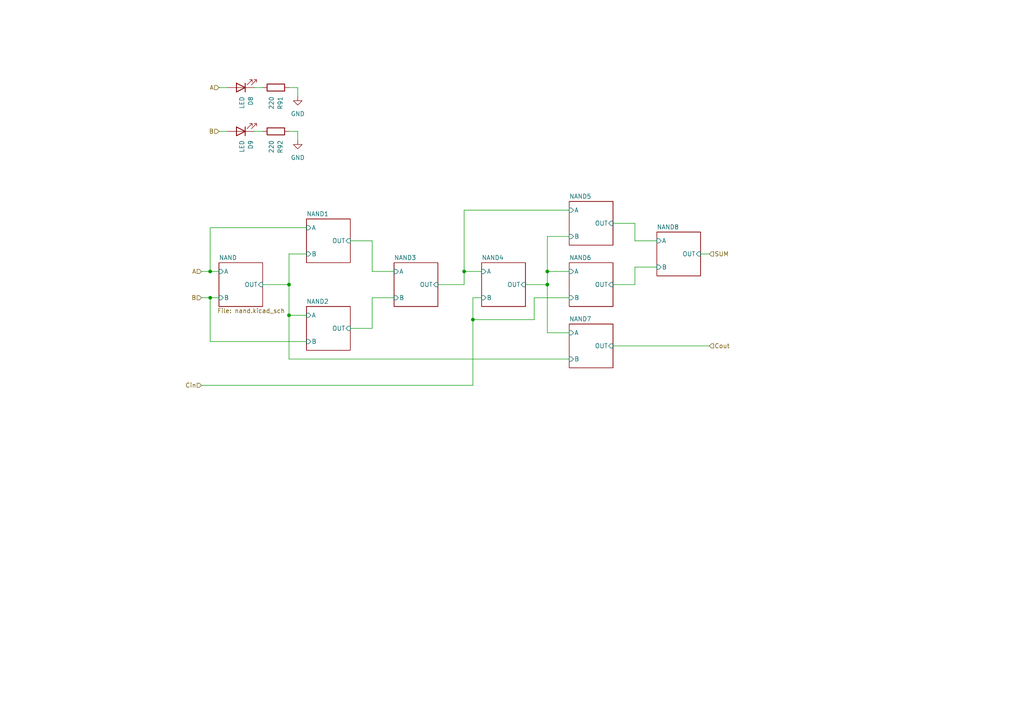
<source format=kicad_sch>
(kicad_sch (version 20231120) (generator "eeschema") (generator_version "8.0")
  (paper "A4")
  (lib_symbols
    (symbol "Device:LED" (pin_numbers hide) (pin_names (offset 1.016) hide)
      (property "Reference" "D" (at 0 2.54 0))
      (property "Value" "LED" (at 0 -2.54 0))
      (symbol "LED_0_1"
        (polyline (pts (xy -1.27 -1.27) (xy -1.27 1.27)) (stroke (width 0.254)))
        (polyline (pts (xy -1.27 0) (xy 1.27 0)))
        (polyline (pts (xy 1.27 -1.27) (xy 1.27 1.27) (xy -1.27 0) (xy 1.27 -1.27)) (stroke (width 0.254)))
        (polyline (pts (xy -3.048 -0.762) (xy -4.572 -2.286) (xy -3.81 -2.286) (xy -4.572 -2.286) (xy -4.572 -1.524)))
        (polyline (pts (xy -1.778 -0.762) (xy -3.302 -2.286) (xy -2.54 -2.286) (xy -3.302 -2.286) (xy -3.302 -1.524)))
      )
      (symbol "LED_1_1"
        (pin passive line (at -3.81 0 0) (length 2.54) (name "K") (number "1"))
        (pin passive line (at 3.81 0 180) (length 2.54) (name "A") (number "2"))
      )
    )
    (symbol "Device:R" (pin_numbers hide) (pin_names (offset 0))
      (property "Reference" "R" (at 2.032 0 90))
      (property "Value" "R" (at 0 0 90))
      (symbol "R_0_1"
        (rectangle (start -1.016 -2.54) (end 1.016 2.54) (stroke (width 0.254)))
      )
      (symbol "R_1_1"
        (pin passive line (at 0 3.81 270) (length 1.27) (name "~") (number "1"))
        (pin passive line (at 0 -3.81 90) (length 1.27) (name "~") (number "2"))
      )
    )
    (symbol "power:GND" (power) (pin_numbers hide) (pin_names (offset 0) hide)
      (property "Value" "GND" (at 0 -3.81 0))
      (symbol "GND_0_1"
        (polyline (pts (xy 0 0) (xy 0 -1.27) (xy 1.27 -1.27) (xy 0 -2.54) (xy -1.27 -1.27) (xy 0 -1.27)))
      )
      (symbol "GND_1_1"
        (pin power_in line (at 0 0 270) (length 0) (name "~") (number "1"))
      )
    )
  )
  (junction (at 134.62 78.74))
  (junction (at 158.75 82.55))
  (junction (at 60.96 78.74))
  (junction (at 137.16 92.71))
  (junction (at 83.82 82.55))
  (junction (at 83.82 91.44))
  (junction (at 158.75 78.74))
  (junction (at 60.96 86.36))
  (wire (pts (xy 60.96 66.04) (xy 60.96 78.74)))
  (wire (pts (xy 107.95 69.85) (xy 107.95 78.74)))
  (wire (pts (xy 83.82 38.1) (xy 86.36 38.1)))
  (wire (pts (xy 101.6 95.25) (xy 107.95 95.25)))
  (wire (pts (xy 177.8 82.55) (xy 184.15 82.55)))
  (wire (pts (xy 60.96 99.06) (xy 88.9 99.06)))
  (wire (pts (xy 88.9 66.04) (xy 60.96 66.04)))
  (wire (pts (xy 83.82 82.55) (xy 83.82 91.44)))
  (wire (pts (xy 83.82 104.14) (xy 83.82 91.44)))
  (wire (pts (xy 184.15 64.77) (xy 184.15 69.85)))
  (wire (pts (xy 184.15 77.47) (xy 184.15 82.55)))
  (wire (pts (xy 107.95 78.74) (xy 114.3 78.74)))
  (wire (pts (xy 137.16 92.71) (xy 154.94 92.71)))
  (wire (pts (xy 58.42 111.76) (xy 137.16 111.76)))
  (wire (pts (xy 137.16 86.36) (xy 137.16 92.71)))
  (wire (pts (xy 165.1 96.52) (xy 158.75 96.52)))
  (wire (pts (xy 66.04 38.1) (xy 63.5 38.1)))
  (wire (pts (xy 73.66 38.1) (xy 76.2 38.1)))
  (wire (pts (xy 134.62 78.74) (xy 139.7 78.74)))
  (wire (pts (xy 83.82 73.66) (xy 88.9 73.66)))
  (wire (pts (xy 60.96 86.36) (xy 60.96 99.06)))
  (wire (pts (xy 66.04 25.4) (xy 63.5 25.4)))
  (wire (pts (xy 158.75 78.74) (xy 158.75 68.58)))
  (wire (pts (xy 134.62 60.96) (xy 165.1 60.96)))
  (wire (pts (xy 58.42 78.74) (xy 60.96 78.74)))
  (wire (pts (xy 152.4 82.55) (xy 158.75 82.55)))
  (wire (pts (xy 73.66 25.4) (xy 76.2 25.4)))
  (wire (pts (xy 63.5 86.36) (xy 60.96 86.36)))
  (wire (pts (xy 76.2 82.55) (xy 83.82 82.55)))
  (wire (pts (xy 60.96 78.74) (xy 63.5 78.74)))
  (wire (pts (xy 177.8 64.77) (xy 184.15 64.77)))
  (wire (pts (xy 184.15 69.85) (xy 190.5 69.85)))
  (wire (pts (xy 83.82 91.44) (xy 88.9 91.44)))
  (wire (pts (xy 58.42 86.36) (xy 60.96 86.36)))
  (wire (pts (xy 127 82.55) (xy 134.62 82.55)))
  (wire (pts (xy 86.36 38.1) (xy 86.36 40.64)))
  (wire (pts (xy 137.16 111.76) (xy 137.16 92.71)))
  (wire (pts (xy 83.82 25.4) (xy 86.36 25.4)))
  (wire (pts (xy 101.6 69.85) (xy 107.95 69.85)))
  (wire (pts (xy 184.15 77.47) (xy 190.5 77.47)))
  (wire (pts (xy 86.36 25.4) (xy 86.36 27.94)))
  (wire (pts (xy 165.1 104.14) (xy 83.82 104.14)))
  (wire (pts (xy 165.1 86.36) (xy 154.94 86.36)))
  (wire (pts (xy 139.7 86.36) (xy 137.16 86.36)))
  (wire (pts (xy 154.94 86.36) (xy 154.94 92.71)))
  (wire (pts (xy 158.75 68.58) (xy 165.1 68.58)))
  (wire (pts (xy 83.82 82.55) (xy 83.82 73.66)))
  (wire (pts (xy 177.8 100.33) (xy 205.74 100.33)))
  (wire (pts (xy 158.75 82.55) (xy 158.75 78.74)))
  (wire (pts (xy 107.95 95.25) (xy 107.95 86.36)))
  (wire (pts (xy 158.75 78.74) (xy 165.1 78.74)))
  (wire (pts (xy 158.75 96.52) (xy 158.75 82.55)))
  (wire (pts (xy 107.95 86.36) (xy 114.3 86.36)))
  (wire (pts (xy 134.62 82.55) (xy 134.62 78.74)))
  (wire (pts (xy 203.2 73.66) (xy 205.74 73.66)))
  (wire (pts (xy 134.62 78.74) (xy 134.62 60.96)))
  (hierarchical_label "B" (shape input) (at 58.42 86.36 180))
  (hierarchical_label "A" (shape input) (at 63.5 25.4 180))
  (hierarchical_label "Cin" (shape input) (at 58.42 111.76 180))
  (hierarchical_label "SUM" (shape input) (at 205.74 73.66 0))
  (hierarchical_label "A" (shape input) (at 58.42 78.74 180))
  (hierarchical_label "B" (shape input) (at 63.5 38.1 180))
  (hierarchical_label "Cout" (shape input) (at 205.74 100.33 0))
  (symbol (lib_id "Device:LED") (at 69.85 25.4 180) (unit 1)
    (property "Reference" "D1" (at 72.7076 27.94 90) (effects (justify left)))
    (property "Value" "LED" (at 70.1676 27.94 90) (effects (justify left)))
    (property "Footprint" "LED_THT:LED_D3.0mm" (effects (hide yes)))
    (property "Description" "Light emitting diode" (effects (hide yes)))
    (instances (project "8bit-adder" (path "" (reference "D8") (unit 1)) (path "" (reference "D14") (unit 1)) (path "" (reference "D1") (unit 1)) (path "" (reference "D16") (unit 1)) (path "" (reference "D6") (unit 1)) (path "" (reference "D12") (unit 1)) (path "" (reference "D4") (unit 1)) (path "" (reference "D10") (unit 1))))
  )
  (symbol (lib_id "Device:R") (at 80.01 25.4 270) (unit 1)
    (property "Reference" "R1" (at 81.2801 27.94 0) (effects (justify left)))
    (property "Value" "220" (at 78.7401 27.94 0) (effects (justify left)))
    (property "Footprint" "RobinsParts:R_Axial_DIN0207_L6.3mm_D2.5mm_P7.62mm_Horizontal" (effects (hide yes)))
    (property "Description" "Resistor" (effects (hide yes)))
    (instances (project "8bit-adder" (path "" (reference "R91") (unit 1)) (path "" (reference "R178") (unit 1)) (path "" (reference "R1") (unit 1)) (path "" (reference "R180") (unit 1)) (path "" (reference "R62") (unit 1)) (path "" (reference "R149") (unit 1)) (path "" (reference "R33") (unit 1)) (path "" (reference "R120") (unit 1))))
  )
  (symbol (lib_id "Device:LED") (at 69.85 38.1 180) (unit 1)
    (property "Reference" "D2" (at 72.7076 40.64 90) (effects (justify left)))
    (property "Value" "LED" (at 70.1676 40.64 90) (effects (justify left)))
    (property "Footprint" "LED_THT:LED_D3.0mm" (effects (hide yes)))
    (property "Description" "Light emitting diode" (effects (hide yes)))
    (instances (project "8bit-adder" (path "" (reference "D9") (unit 1)) (path "" (reference "D15") (unit 1)) (path "" (reference "D2") (unit 1)) (path "" (reference "D17") (unit 1)) (path "" (reference "D7") (unit 1)) (path "" (reference "D13") (unit 1)) (path "" (reference "D5") (unit 1)) (path "" (reference "D11") (unit 1))))
  )
  (symbol (lib_id "power:GND") (at 86.36 40.64 0) (unit 1)
    (property "Reference" "#PWR025" (effects (hide yes)))
    (property "Value" "GND" (at 86.36 45.72 0))
    (property "Description" "Power symbol creates a global label with name \"GND\" , ground" (effects (hide yes)))
    (instances (project "8bit-adder" (path "" (reference "#PWR067") (unit 1)) (path "" (reference "#PWR0127") (unit 1)) (path "" (reference "#PWR025") (unit 1)) (path "" (reference "#PWR0129") (unit 1)) (path "" (reference "#PWR047") (unit 1)) (path "" (reference "#PWR0107") (unit 1)) (path "" (reference "#PWR027") (unit 1)) (path "" (reference "#PWR087") (unit 1))))
  )
  (symbol (lib_id "power:GND") (at 86.36 27.94 0) (unit 1)
    (property "Reference" "#PWR024" (effects (hide yes)))
    (property "Value" "GND" (at 86.36 33.02 0))
    (property "Description" "Power symbol creates a global label with name \"GND\" , ground" (effects (hide yes)))
    (instances (project "8bit-adder" (path "" (reference "#PWR066") (unit 1)) (path "" (reference "#PWR0126") (unit 1)) (path "" (reference "#PWR024") (unit 1)) (path "" (reference "#PWR0128") (unit 1)) (path "" (reference "#PWR046") (unit 1)) (path "" (reference "#PWR0106") (unit 1)) (path "" (reference "#PWR02") (unit 1)) (path "" (reference "#PWR086") (unit 1))))
  )
  (symbol (lib_id "Device:R") (at 80.01 38.1 270) (unit 1)
    (property "Reference" "R31" (at 81.2801 40.64 0) (effects (justify left)))
    (property "Value" "220" (at 78.7401 40.64 0) (effects (justify left)))
    (property "Footprint" "RobinsParts:R_Axial_DIN0207_L6.3mm_D2.5mm_P7.62mm_Horizontal" (effects (hide yes)))
    (property "Description" "Resistor" (effects (hide yes)))
    (instances (project "8bit-adder" (path "" (reference "R92") (unit 1)) (path "" (reference "R179") (unit 1)) (path "" (reference "R31") (unit 1)) (path "" (reference "R181") (unit 1)) (path "" (reference "R63") (unit 1)) (path "" (reference "R150") (unit 1)) (path "" (reference "R34") (unit 1)) (path "" (reference "R121") (unit 1))))
  )
  (sheet (at 63.5 76.2) (size 12.7 12.7) (stroke (width 0.1524))
    (property "Sheetname" "NAND" (at 63.5 75.4884 0) (effects (justify left bottom)))
    (property "Sheetfile" "nand.kicad_sch" (at 62.992 89.408 0) (effects (justify left top)))
    (pin "A" input (at 63.5 78.74 180))
    (pin "B" input (at 63.5 86.36 180))
    (pin "OUT" input (at 76.2 82.55 0))
  )
  (sheet (at 165.1 76.2) (size 12.7 12.7) (stroke (width 0.1524))
    (property "Sheetname" "NAND6" (at 165.1 75.4884 0) (effects (justify left bottom)))
    (property "Sheetfile" "nand.kicad_sch" (effects (hide yes)))
    (pin "A" input (at 165.1 78.74 180))
    (pin "B" input (at 165.1 86.36 180))
    (pin "OUT" input (at 177.8 82.55 0))
  )
  (sheet (at 139.7 76.2) (size 12.7 12.7) (stroke (width 0.1524))
    (property "Sheetname" "NAND4" (at 139.7 75.4884 0) (effects (justify left bottom)))
    (property "Sheetfile" "nand.kicad_sch" (effects (hide yes)))
    (pin "A" input (at 139.7 78.74 180))
    (pin "B" input (at 139.7 86.36 180))
    (pin "OUT" input (at 152.4 82.55 0))
  )
  (sheet (at 88.9 88.9) (size 12.7 12.7) (stroke (width 0.1524))
    (property "Sheetname" "NAND2" (at 88.9 88.1884 0) (effects (justify left bottom)))
    (property "Sheetfile" "nand.kicad_sch" (effects (hide yes)))
    (pin "A" input (at 88.9 91.44 180))
    (pin "B" input (at 88.9 99.06 180))
    (pin "OUT" input (at 101.6 95.25 0))
  )
  (sheet (at 165.1 58.42) (size 12.7 12.7) (stroke (width 0.1524))
    (property "Sheetname" "NAND5" (at 165.1 57.7084 0) (effects (justify left bottom)))
    (property "Sheetfile" "nand.kicad_sch" (effects (hide yes)))
    (pin "A" input (at 165.1 60.96 180))
    (pin "B" input (at 165.1 68.58 180))
    (pin "OUT" input (at 177.8 64.77 0))
  )
  (sheet (at 114.3 76.2) (size 12.7 12.7) (stroke (width 0.1524))
    (property "Sheetname" "NAND3" (at 114.3 75.4884 0) (effects (justify left bottom)))
    (property "Sheetfile" "nand.kicad_sch" (effects (hide yes)))
    (pin "A" input (at 114.3 78.74 180))
    (pin "B" input (at 114.3 86.36 180))
    (pin "OUT" input (at 127 82.55 0))
  )
  (sheet (at 88.9 63.5) (size 12.7 12.7) (stroke (width 0.1524))
    (property "Sheetname" "NAND1" (at 88.9 62.7884 0) (effects (justify left bottom)))
    (property "Sheetfile" "nand.kicad_sch" (effects (hide yes)))
    (pin "A" input (at 88.9 66.04 180))
    (pin "B" input (at 88.9 73.66 180))
    (pin "OUT" input (at 101.6 69.85 0))
  )
  (sheet (at 190.5 67.31) (size 12.7 12.7) (stroke (width 0.1524))
    (property "Sheetname" "NAND8" (at 190.5 66.5984 0) (effects (justify left bottom)))
    (property "Sheetfile" "nand.kicad_sch" (effects (hide yes)))
    (pin "A" input (at 190.5 69.85 180))
    (pin "B" input (at 190.5 77.47 180))
    (pin "OUT" input (at 203.2 73.66 0))
  )
  (sheet (at 165.1 93.98) (size 12.7 12.7) (stroke (width 0.1524))
    (property "Sheetname" "NAND7" (at 165.1 93.2684 0) (effects (justify left bottom)))
    (property "Sheetfile" "nand.kicad_sch" (effects (hide yes)))
    (pin "A" input (at 165.1 96.52 180))
    (pin "B" input (at 165.1 104.14 180))
    (pin "OUT" input (at 177.8 100.33 0))
  )
)
</source>
